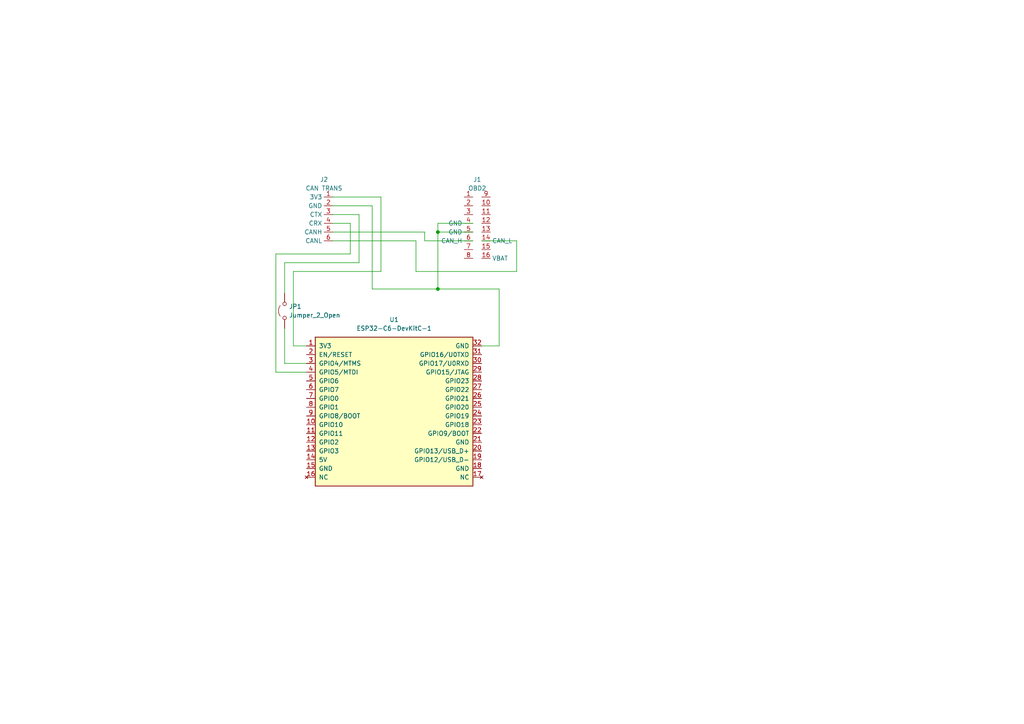
<source format=kicad_sch>
(kicad_sch (version 20250114) (generator "eeschema") (generator_version "9.0")
  (paper "A4")
  (lib_symbols
    (symbol "Espressif:ESP32-C6-DevKitC-1" (pin_names (offset 1.016))
      (property "Reference" "U" (at -22.86 25.4 0))
      (property "Value" "ESP32-C6-DevKitC-1" (at -22.86 22.86 0))
      (symbol "ESP32-C6-DevKitC-1_0_1"
        (rectangle (start -22.86 20.32) (end 22.86 -22.86) (stroke (width 0.254)) (fill (type background)))
      )
      (symbol "ESP32-C6-DevKitC-1_1_0"
        (pin input line (at -25.4 15.24 0) (length 2.54) (name "EN/RESET") (number "2"))
        (pin power_in line (at -25.4 -15.24 0) (length 2.54) (name "5V") (number "14"))
      )
      (symbol "ESP32-C6-DevKitC-1_1_1"
        (pin power_in line (at -25.4 17.78 0) (length 2.54) (name "3V3") (number "1"))
        (pin bidirectional line (at -25.4 12.7 0) (length 2.54) (name "GPIO4/MTMS") (number "3"))
        (pin bidirectional line (at -25.4 10.16 0) (length 2.54) (name "GPIO5/MTDI") (number "4"))
        (pin bidirectional line (at -25.4 7.62 0) (length 2.54) (name "GPIO6") (number "5"))
        (pin bidirectional line (at -25.4 5.08 0) (length 2.54) (name "GPIO7") (number "6"))
        (pin bidirectional line (at -25.4 2.54 0) (length 2.54) (name "GPIO0") (number "7"))
        (pin bidirectional line (at -25.4 0 0) (length 2.54) (name "GPIO1") (number "8"))
        (pin bidirectional line (at -25.4 -2.54 0) (length 2.54) (name "GPIO8/BOOT") (number "9"))
        (pin bidirectional line (at -25.4 -5.08 0) (length 2.54) (name "GPIO10") (number "10"))
        (pin bidirectional line (at -25.4 -7.62 0) (length 2.54) (name "GPIO11") (number "11"))
        (pin bidirectional line (at -25.4 -10.16 0) (length 2.54) (name "GPIO2") (number "12"))
        (pin bidirectional line (at -25.4 -12.7 0) (length 2.54) (name "GPIO3") (number "13"))
        (pin power_in line (at -25.4 -17.78 0) (length 2.54) (name "GND") (number "15"))
        (pin no_connect line (at -25.4 -20.32 0) (length 2.54) (name "NC") (number "16"))
        (pin power_in line (at 25.4 17.78 180) (length 2.54) (name "GND") (number "32"))
        (pin bidirectional line (at 25.4 15.24 180) (length 2.54) (name "GPIO16/U0TXD") (number "31"))
        (pin bidirectional line (at 25.4 12.7 180) (length 2.54) (name "GPIO17/U0RXD") (number "30"))
        (pin bidirectional line (at 25.4 10.16 180) (length 2.54) (name "GPIO15/JTAG") (number "29"))
        (pin bidirectional line (at 25.4 7.62 180) (length 2.54) (name "GPIO23") (number "28"))
        (pin bidirectional line (at 25.4 5.08 180) (length 2.54) (name "GPIO22") (number "27"))
        (pin bidirectional line (at 25.4 2.54 180) (length 2.54) (name "GPIO21") (number "26"))
        (pin bidirectional line (at 25.4 0 180) (length 2.54) (name "GPIO20") (number "25"))
        (pin bidirectional line (at 25.4 -2.54 180) (length 2.54) (name "GPIO19") (number "24"))
        (pin bidirectional line (at 25.4 -5.08 180) (length 2.54) (name "GPIO18") (number "23"))
        (pin bidirectional line (at 25.4 -7.62 180) (length 2.54) (name "GPIO9/BOOT") (number "22"))
        (pin power_in line (at 25.4 -10.16 180) (length 2.54) (name "GND") (number "21"))
        (pin bidirectional line (at 25.4 -12.7 180) (length 2.54) (name "GPIO13/USB_D+") (number "20"))
        (pin bidirectional line (at 25.4 -15.24 180) (length 2.54) (name "GPIO12/USB_D-") (number "19"))
        (pin power_in line (at 25.4 -17.78 180) (length 2.54) (name "GND") (number "18"))
        (pin no_connect line (at 25.4 -20.32 180) (length 2.54) (name "NC") (number "17"))
      )
    )
    (symbol "Jumper:Jumper_2_Open" (pin_numbers (hide yes)) (pin_names (offset 0) (hide yes))
      (property "Reference" "JP" (at 0 2.794 0))
      (property "Value" "Jumper_2_Open" (at 0 -2.286 0))
      (symbol "Jumper_2_Open_0_0"
        (circle (center -2.032 0) (radius 0.508))
        (circle (center 2.032 0) (radius 0.508))
      )
      (symbol "Jumper_2_Open_0_1"
        (arc (start -1.524 1.27) (mid 0 1.778) (end 1.524 1.27))
      )
      (symbol "Jumper_2_Open_1_1"
        (pin passive line (at -5.08 0 0) (length 2.54) (name "A") (number "1"))
        (pin passive line (at 5.08 0 180) (length 2.54) (name "B") (number "2"))
      )
    )
    (symbol "acv:OBD2_J1962_MALE_90"
      (property "Reference" "J" (at 0 0 0))
      (symbol "OBD2_J1962_MALE_90_0_0"
        (pin passive line (at 0 0 90) (length 2.54) (name "") (number "9"))
        (pin passive line (at 0 -2.54 270) (length 2.54) (name "") (number "1"))
        (pin passive line (at 2.54 0 90) (length 2.54) (name "") (number "10"))
        (pin passive line (at 2.54 -2.54 270) (length 2.54) (name "") (number "2"))
        (pin passive line (at 5.08 0 90) (length 2.54) (name "") (number "11"))
        (pin passive line (at 5.08 -2.54 270) (length 2.54) (name "") (number "3"))
        (pin passive line (at 7.62 0 90) (length 2.54) (name "") (number "12"))
        (pin passive line (at 7.62 -2.54 270) (length 2.54) (name "GND") (number "4"))
        (pin passive line (at 10.16 0 90) (length 2.54) (name "") (number "13"))
        (pin passive line (at 10.16 -2.54 270) (length 2.54) (name "GND") (number "5"))
        (pin passive line (at 12.7 0 90) (length 2.54) (name "CAN_L") (number "14"))
        (pin passive line (at 12.7 -2.54 270) (length 2.54) (name "CAN_H") (number "6"))
        (pin passive line (at 15.24 0 90) (length 2.54) (name "") (number "15"))
        (pin passive line (at 15.24 -2.54 270) (length 2.54) (name "") (number "7"))
        (pin passive line (at 17.78 0 90) (length 2.54) (name "VBAT") (number "16"))
        (pin passive line (at 17.78 -2.54 270) (length 2.54) (name "") (number "8"))
      )
    )
    (symbol "acv:SN65HVD230"
      (property "Reference" "J" (at 0 0 0))
      (symbol "SN65HVD230_0_0"
        (pin passive line (at 0 0 180) (length 2.54) (name "3V3") (number "1"))
        (pin passive line (at 0 -2.54 180) (length 2.54) (name "GND") (number "2"))
        (pin passive line (at 0 -5.08 180) (length 2.54) (name "CTX") (number "3"))
        (pin passive line (at 0 -7.62 180) (length 2.54) (name "CRX") (number "4"))
        (pin passive line (at 0 -10.16 180) (length 2.54) (name "CANH") (number "5"))
        (pin passive line (at 0 -12.7 180) (length 2.54) (name "CANL") (number "6"))
      )
    )
  )
  (junction (at 127 83.82))
  (junction (at 127 67.31))
  (wire (pts (xy 104.14 76.2) (xy 104.14 62.23)))
  (wire (pts (xy 127 67.31) (xy 137.16 67.31)))
  (wire (pts (xy 149.86 78.74) (xy 120.65 78.74)))
  (wire (pts (xy 127 67.31) (xy 127 83.82)))
  (wire (pts (xy 139.7 100.33) (xy 144.78 100.33)))
  (wire (pts (xy 144.78 100.33) (xy 144.78 83.82)))
  (wire (pts (xy 139.7 69.85) (xy 149.86 69.85)))
  (wire (pts (xy 96.52 59.69) (xy 107.95 59.69)))
  (wire (pts (xy 127 64.77) (xy 127 67.31)))
  (wire (pts (xy 85.09 100.33) (xy 85.09 78.74)))
  (wire (pts (xy 137.16 64.77) (xy 127 64.77)))
  (wire (pts (xy 120.65 78.74) (xy 120.65 69.85)))
  (wire (pts (xy 101.6 64.77) (xy 96.52 64.77)))
  (wire (pts (xy 149.86 69.85) (xy 149.86 78.74)))
  (wire (pts (xy 144.78 83.82) (xy 127 83.82)))
  (wire (pts (xy 80.01 73.66) (xy 101.6 73.66)))
  (wire (pts (xy 82.55 76.2) (xy 104.14 76.2)))
  (wire (pts (xy 123.19 69.85) (xy 123.19 67.31)))
  (wire (pts (xy 88.9 100.33) (xy 85.09 100.33)))
  (wire (pts (xy 110.49 78.74) (xy 110.49 57.15)))
  (wire (pts (xy 137.16 69.85) (xy 123.19 69.85)))
  (wire (pts (xy 82.55 85.09) (xy 82.55 76.2)))
  (wire (pts (xy 127 83.82) (xy 107.95 83.82)))
  (wire (pts (xy 123.19 67.31) (xy 96.52 67.31)))
  (wire (pts (xy 110.49 57.15) (xy 96.52 57.15)))
  (wire (pts (xy 107.95 83.82) (xy 107.95 59.69)))
  (wire (pts (xy 88.9 107.95) (xy 80.01 107.95)))
  (wire (pts (xy 104.14 62.23) (xy 96.52 62.23)))
  (wire (pts (xy 88.9 105.41) (xy 82.55 105.41)))
  (wire (pts (xy 85.09 78.74) (xy 110.49 78.74)))
  (wire (pts (xy 80.01 107.95) (xy 80.01 73.66)))
  (wire (pts (xy 96.52 69.85) (xy 120.65 69.85)))
  (wire (pts (xy 82.55 105.41) (xy 82.55 95.25)))
  (wire (pts (xy 101.6 73.66) (xy 101.6 64.77)))
  (symbol (lib_id "acv:SN65HVD230") (at 96.52 57.15 0) (unit 1)
    (property "Reference" "J2" (at 93.98 52.07 0))
    (property "Value" "CAN TRANS" (at 93.98 54.61 0))
  )
  (symbol (lib_id "Jumper:Jumper_2_Open") (at 82.55 90.17 90) (unit 1)
    (property "Reference" "JP1" (at 83.82 88.8999 90) (effects (justify right)))
    (property "Value" "Jumper_2_Open" (at 83.82 91.4399 90) (effects (justify right)))
    (property "Description" "Jumper, 2-pole, open" (effects (hide yes)))
  )
  (symbol (lib_id "Espressif:ESP32-C6-DevKitC-1") (at 114.3 118.11 0) (unit 1)
    (property "Reference" "U1" (at 114.3 92.71 0))
    (property "Value" "ESP32-C6-DevKitC-1" (at 114.3 95.25 0))
    (property "Footprint" "PCM_Espressif:ESP32-C6-DevKitC-1" (effects (hide yes)))
    (property "Datasheet" "https://docs.espressif.com/projects/espressif-esp-dev-kits/en/latest/esp32c6/esp32-c6-devkitc-1/user_guide.html" (effects (hide yes)))
    (property "Description" "ESP32-C6-DevKitC-1" (effects (hide yes)))
  )
  (symbol (lib_id "acv:OBD2_J1962_MALE_90") (at 139.7 57.15 270) (unit 1)
    (property "Reference" "J1" (at 138.43 52.07 90))
    (property "Value" "OBD2" (at 138.43 54.61 90))
  )
)
</source>
